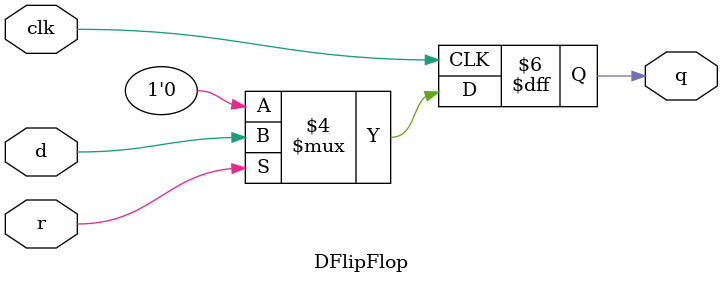
<source format=v>
module RegisterShifter(SW, KEY, LEDR);
	input [9:0] SW; // SW8 Unused
	input [3:0] KEY;
	output [7:0] LEDR;
	
	ShifterUnit8 s(
		// SW7-0: LoadVal
		.LoadVal(SW[7:0]),
		// KEY[1] Load_n
		.Load_n(KEY[1]),
		// KEY[2] ShifterRight
		.ShiftRight(KEY[2]),
		// KEY[3] ASR
		.ASR(KEY[3]),
		// KEY[0] Clock Signal
		.clk(KEY[0]),
		// Reset or not
		.reset_n(SW[9]),
		.q(LEDR[7:0])
	);
endmodule


// 8 bit shifter module
module ShifterUnit8(LoadVal, Load_n, ShiftRight, ASR, clk, reset_n, q);
	input [7:0] LoadVal;
	input Load_n, ShiftRight, ASR, clk, reset_n;
	output [7:0] q;
	
	wire w0;
	
	ASRController asr0(
		.asr(ASR),
		.first(LoadVal[7]),
		.m(w0)
	);
	
	ShifterBit s7(
		.load_val(LoadVal[7]),
		.load_n(Load_n),
		.shift(ShiftRight),
		.clk(clk),
		.reset_n(reset_n),
		.in(w0),
		.out(q[7])
	);
	
	ShifterBit s6(
		.load_val(LoadVal[6]),
		.load_n(Load_n),
		.shift(ShiftRight),
		.clk(clk),
		.reset_n(reset_n),
		.in(q[7]),
		.out(q[6])
	);
	
	ShifterBit s5(
		.load_val(LoadVal[5]),
		.load_n(Load_n),
		.shift(ShiftRight),
		.clk(clk),
		.reset_n(reset_n),
		.in(q[6]),
		.out(q[5])
	);
	
	ShifterBit s4(
		.load_val(LoadVal[4]),
		.load_n(Load_n),
		.shift(ShiftRight),
		.clk(clk),
		.reset_n(reset_n),
		.in(q[5]),
		.out(q[4])
	);
	
	ShifterBit s3(
		.load_val(LoadVal[3]),
		.load_n(Load_n),
		.shift(ShiftRight),
		.clk(clk),
		.reset_n(reset_n),
		.in(q[4]),
		.out(q[3])
	);
	
	ShifterBit s2(
		.load_val(LoadVal[2]),
		.load_n(Load_n),
		.shift(ShiftRight),
		.clk(clk),
		.reset_n(reset_n),
		.in(q[3]),
		.out(q[2])
	);
	
	ShifterBit s1(
		.load_val(LoadVal[1]),
		.load_n(Load_n),
		.shift(ShiftRight),
		.clk(clk),
		.reset_n(reset_n),
		.in(q[2]),
		.out(q[1])
	);
	
	ShifterBit s0(
		.load_val(LoadVal[0]),
		.load_n(Load_n),
		.shift(ShiftRight),
		.clk(clk),
		.reset_n(reset_n),
		.in(q[1]),
		.out(q[0])
	);

endmodule

// Acts like a mux2to1: ASR or not
module ASRController(asr, first, m);
	input asr, first;
	output m;
	reg out;
	always @(*)
	begin
		if (asr == 1'b1)
			out = first;
		else
			out = 1'b0;
	end
	assign m = out;
endmodule

module ShifterBit(load_val, load_n, clk, reset_n, shift, in, out);
	input load_val, load_n, clk, reset_n, shift, in;
	output out;
	wire w0;
	wire w1;
	
	mux2to1 m0(
		.x(out),
		.y(in),
		.s(shift),
		.m(w0)
	);
	
	mux2to1 m1(
		.x(load_val),
		.y(w0),
		.s(load_n),
		.m(w1)
	);
	
	DFlipFlop d0(
		.d(w1),
		.clk(clk),
		.r(reset_n),
		.q(out)
	);

endmodule

// mux2to1 from lab2
module mux2to1(x, y, s, m);
	input x; //selected when s is 0
	input y; //selected when s is 1
	input s; //select signal
	output m; //output
	
	assign m = s & y | ~s & x;
endmodule

module DFlipFlop(d, clk, r, q);
	input d, clk;
	input r;
	output q;
	
	reg q;
	
	always @(posedge clk)
	begin
		// If reset_n == 0: reset the flip flop
		if (r == 1'b0)
			q <= 1'b0;
		// transparent d-flipflop
		else
			q <= d;
	end
endmodule
</source>
